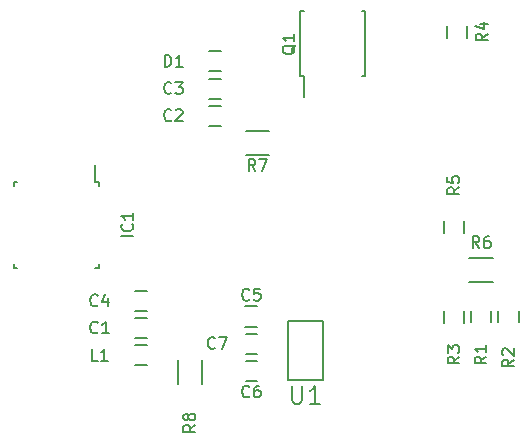
<source format=gbr>
G04 #@! TF.FileFunction,Legend,Top*
%FSLAX46Y46*%
G04 Gerber Fmt 4.6, Leading zero omitted, Abs format (unit mm)*
G04 Created by KiCad (PCBNEW (2015-04-05 BZR 5577)-product) date Út 4. srpen 2015, 11:46:12 CEST*
%MOMM*%
G01*
G04 APERTURE LIST*
%ADD10C,0.100000*%
%ADD11C,0.150000*%
G04 APERTURE END LIST*
D10*
D11*
X195445000Y-103350000D02*
X195745000Y-103350000D01*
X195445000Y-97850000D02*
X195745000Y-97850000D01*
X200955000Y-97850000D02*
X200655000Y-97850000D01*
X200955000Y-103350000D02*
X200655000Y-103350000D01*
X195445000Y-103350000D02*
X195445000Y-97850000D01*
X200955000Y-103350000D02*
X200955000Y-97850000D01*
X195745000Y-103350000D02*
X195745000Y-105100000D01*
X182480000Y-123800000D02*
X181480000Y-123800000D01*
X181480000Y-125500000D02*
X182480000Y-125500000D01*
X188715700Y-105827200D02*
X187715700Y-105827200D01*
X187715700Y-107527200D02*
X188715700Y-107527200D01*
X188715700Y-103527200D02*
X187715700Y-103527200D01*
X187715700Y-105227200D02*
X188715700Y-105227200D01*
X182480000Y-121500000D02*
X181480000Y-121500000D01*
X181480000Y-123200000D02*
X182480000Y-123200000D01*
X190830000Y-124525000D02*
X191830000Y-124525000D01*
X191830000Y-122825000D02*
X190830000Y-122825000D01*
X190840000Y-129120000D02*
X191840000Y-129120000D01*
X191840000Y-127420000D02*
X190840000Y-127420000D01*
X190840000Y-126830000D02*
X191840000Y-126830000D01*
X191840000Y-125130000D02*
X190840000Y-125130000D01*
X188715700Y-101227200D02*
X187715700Y-101227200D01*
X187715700Y-102927200D02*
X188715700Y-102927200D01*
X178442900Y-112294600D02*
X178117900Y-112294600D01*
X178442900Y-119544600D02*
X178117900Y-119544600D01*
X171192900Y-119544600D02*
X171517900Y-119544600D01*
X171192900Y-112294600D02*
X171517900Y-112294600D01*
X178442900Y-112294600D02*
X178442900Y-112619600D01*
X171192900Y-112294600D02*
X171192900Y-112619600D01*
X171192900Y-119544600D02*
X171192900Y-119219600D01*
X178442900Y-119544600D02*
X178442900Y-119219600D01*
X178117900Y-112294600D02*
X178117900Y-110869600D01*
X182480000Y-126100000D02*
X181480000Y-126100000D01*
X181480000Y-127800000D02*
X182480000Y-127800000D01*
X211630000Y-124180000D02*
X211630000Y-123180000D01*
X209930000Y-123180000D02*
X209930000Y-124180000D01*
X213950000Y-124180000D02*
X213950000Y-123180000D01*
X212250000Y-123180000D02*
X212250000Y-124180000D01*
X209340000Y-124190000D02*
X209340000Y-123190000D01*
X207640000Y-123190000D02*
X207640000Y-124190000D01*
X207630000Y-115570000D02*
X207630000Y-116570000D01*
X209330000Y-116570000D02*
X209330000Y-115570000D01*
X197400000Y-124080000D02*
X197400000Y-129080000D01*
X197400000Y-129080000D02*
X194400000Y-129080000D01*
X194400000Y-129080000D02*
X194400000Y-124080000D01*
X194400000Y-124080000D02*
X197400000Y-124080000D01*
X207890000Y-99060000D02*
X207890000Y-100060000D01*
X209590000Y-100060000D02*
X209590000Y-99060000D01*
X211790000Y-118705000D02*
X209790000Y-118705000D01*
X209790000Y-120755000D02*
X211790000Y-120755000D01*
X192840000Y-107995000D02*
X190840000Y-107995000D01*
X190840000Y-110045000D02*
X192840000Y-110045000D01*
X187165000Y-129390000D02*
X187165000Y-127390000D01*
X185115000Y-127390000D02*
X185115000Y-129390000D01*
X195067619Y-100695238D02*
X195020000Y-100790476D01*
X194924762Y-100885714D01*
X194781905Y-101028571D01*
X194734286Y-101123810D01*
X194734286Y-101219048D01*
X194972381Y-101171429D02*
X194924762Y-101266667D01*
X194829524Y-101361905D01*
X194639048Y-101409524D01*
X194305714Y-101409524D01*
X194115238Y-101361905D01*
X194020000Y-101266667D01*
X193972381Y-101171429D01*
X193972381Y-100980952D01*
X194020000Y-100885714D01*
X194115238Y-100790476D01*
X194305714Y-100742857D01*
X194639048Y-100742857D01*
X194829524Y-100790476D01*
X194924762Y-100885714D01*
X194972381Y-100980952D01*
X194972381Y-101171429D01*
X194972381Y-99790476D02*
X194972381Y-100361905D01*
X194972381Y-100076191D02*
X193972381Y-100076191D01*
X194115238Y-100171429D01*
X194210476Y-100266667D01*
X194258095Y-100361905D01*
X178313334Y-125017143D02*
X178265715Y-125064762D01*
X178122858Y-125112381D01*
X178027620Y-125112381D01*
X177884762Y-125064762D01*
X177789524Y-124969524D01*
X177741905Y-124874286D01*
X177694286Y-124683810D01*
X177694286Y-124540952D01*
X177741905Y-124350476D01*
X177789524Y-124255238D01*
X177884762Y-124160000D01*
X178027620Y-124112381D01*
X178122858Y-124112381D01*
X178265715Y-124160000D01*
X178313334Y-124207619D01*
X179265715Y-125112381D02*
X178694286Y-125112381D01*
X178980000Y-125112381D02*
X178980000Y-124112381D01*
X178884762Y-124255238D01*
X178789524Y-124350476D01*
X178694286Y-124398095D01*
X184549034Y-107034343D02*
X184501415Y-107081962D01*
X184358558Y-107129581D01*
X184263320Y-107129581D01*
X184120462Y-107081962D01*
X184025224Y-106986724D01*
X183977605Y-106891486D01*
X183929986Y-106701010D01*
X183929986Y-106558152D01*
X183977605Y-106367676D01*
X184025224Y-106272438D01*
X184120462Y-106177200D01*
X184263320Y-106129581D01*
X184358558Y-106129581D01*
X184501415Y-106177200D01*
X184549034Y-106224819D01*
X184929986Y-106224819D02*
X184977605Y-106177200D01*
X185072843Y-106129581D01*
X185310939Y-106129581D01*
X185406177Y-106177200D01*
X185453796Y-106224819D01*
X185501415Y-106320057D01*
X185501415Y-106415295D01*
X185453796Y-106558152D01*
X184882367Y-107129581D01*
X185501415Y-107129581D01*
X184549034Y-104734343D02*
X184501415Y-104781962D01*
X184358558Y-104829581D01*
X184263320Y-104829581D01*
X184120462Y-104781962D01*
X184025224Y-104686724D01*
X183977605Y-104591486D01*
X183929986Y-104401010D01*
X183929986Y-104258152D01*
X183977605Y-104067676D01*
X184025224Y-103972438D01*
X184120462Y-103877200D01*
X184263320Y-103829581D01*
X184358558Y-103829581D01*
X184501415Y-103877200D01*
X184549034Y-103924819D01*
X184882367Y-103829581D02*
X185501415Y-103829581D01*
X185168081Y-104210533D01*
X185310939Y-104210533D01*
X185406177Y-104258152D01*
X185453796Y-104305771D01*
X185501415Y-104401010D01*
X185501415Y-104639105D01*
X185453796Y-104734343D01*
X185406177Y-104781962D01*
X185310939Y-104829581D01*
X185025224Y-104829581D01*
X184929986Y-104781962D01*
X184882367Y-104734343D01*
X178313334Y-122717143D02*
X178265715Y-122764762D01*
X178122858Y-122812381D01*
X178027620Y-122812381D01*
X177884762Y-122764762D01*
X177789524Y-122669524D01*
X177741905Y-122574286D01*
X177694286Y-122383810D01*
X177694286Y-122240952D01*
X177741905Y-122050476D01*
X177789524Y-121955238D01*
X177884762Y-121860000D01*
X178027620Y-121812381D01*
X178122858Y-121812381D01*
X178265715Y-121860000D01*
X178313334Y-121907619D01*
X179170477Y-122145714D02*
X179170477Y-122812381D01*
X178932381Y-121764762D02*
X178694286Y-122479048D01*
X179313334Y-122479048D01*
X191153334Y-122227143D02*
X191105715Y-122274762D01*
X190962858Y-122322381D01*
X190867620Y-122322381D01*
X190724762Y-122274762D01*
X190629524Y-122179524D01*
X190581905Y-122084286D01*
X190534286Y-121893810D01*
X190534286Y-121750952D01*
X190581905Y-121560476D01*
X190629524Y-121465238D01*
X190724762Y-121370000D01*
X190867620Y-121322381D01*
X190962858Y-121322381D01*
X191105715Y-121370000D01*
X191153334Y-121417619D01*
X192058096Y-121322381D02*
X191581905Y-121322381D01*
X191534286Y-121798571D01*
X191581905Y-121750952D01*
X191677143Y-121703333D01*
X191915239Y-121703333D01*
X192010477Y-121750952D01*
X192058096Y-121798571D01*
X192105715Y-121893810D01*
X192105715Y-122131905D01*
X192058096Y-122227143D01*
X192010477Y-122274762D01*
X191915239Y-122322381D01*
X191677143Y-122322381D01*
X191581905Y-122274762D01*
X191534286Y-122227143D01*
X191153334Y-130437143D02*
X191105715Y-130484762D01*
X190962858Y-130532381D01*
X190867620Y-130532381D01*
X190724762Y-130484762D01*
X190629524Y-130389524D01*
X190581905Y-130294286D01*
X190534286Y-130103810D01*
X190534286Y-129960952D01*
X190581905Y-129770476D01*
X190629524Y-129675238D01*
X190724762Y-129580000D01*
X190867620Y-129532381D01*
X190962858Y-129532381D01*
X191105715Y-129580000D01*
X191153334Y-129627619D01*
X192010477Y-129532381D02*
X191820000Y-129532381D01*
X191724762Y-129580000D01*
X191677143Y-129627619D01*
X191581905Y-129770476D01*
X191534286Y-129960952D01*
X191534286Y-130341905D01*
X191581905Y-130437143D01*
X191629524Y-130484762D01*
X191724762Y-130532381D01*
X191915239Y-130532381D01*
X192010477Y-130484762D01*
X192058096Y-130437143D01*
X192105715Y-130341905D01*
X192105715Y-130103810D01*
X192058096Y-130008571D01*
X192010477Y-129960952D01*
X191915239Y-129913333D01*
X191724762Y-129913333D01*
X191629524Y-129960952D01*
X191581905Y-130008571D01*
X191534286Y-130103810D01*
X188233334Y-126327143D02*
X188185715Y-126374762D01*
X188042858Y-126422381D01*
X187947620Y-126422381D01*
X187804762Y-126374762D01*
X187709524Y-126279524D01*
X187661905Y-126184286D01*
X187614286Y-125993810D01*
X187614286Y-125850952D01*
X187661905Y-125660476D01*
X187709524Y-125565238D01*
X187804762Y-125470000D01*
X187947620Y-125422381D01*
X188042858Y-125422381D01*
X188185715Y-125470000D01*
X188233334Y-125517619D01*
X188566667Y-125422381D02*
X189233334Y-125422381D01*
X188804762Y-126422381D01*
X183977605Y-102529581D02*
X183977605Y-101529581D01*
X184215700Y-101529581D01*
X184358558Y-101577200D01*
X184453796Y-101672438D01*
X184501415Y-101767676D01*
X184549034Y-101958152D01*
X184549034Y-102101010D01*
X184501415Y-102291486D01*
X184453796Y-102386724D01*
X184358558Y-102481962D01*
X184215700Y-102529581D01*
X183977605Y-102529581D01*
X185501415Y-102529581D02*
X184929986Y-102529581D01*
X185215700Y-102529581D02*
X185215700Y-101529581D01*
X185120462Y-101672438D01*
X185025224Y-101767676D01*
X184929986Y-101815295D01*
X181320281Y-116895790D02*
X180320281Y-116895790D01*
X181225043Y-115848171D02*
X181272662Y-115895790D01*
X181320281Y-116038647D01*
X181320281Y-116133885D01*
X181272662Y-116276743D01*
X181177424Y-116371981D01*
X181082186Y-116419600D01*
X180891710Y-116467219D01*
X180748852Y-116467219D01*
X180558376Y-116419600D01*
X180463138Y-116371981D01*
X180367900Y-116276743D01*
X180320281Y-116133885D01*
X180320281Y-116038647D01*
X180367900Y-115895790D01*
X180415519Y-115848171D01*
X181320281Y-114895790D02*
X181320281Y-115467219D01*
X181320281Y-115181505D02*
X180320281Y-115181505D01*
X180463138Y-115276743D01*
X180558376Y-115371981D01*
X180605995Y-115467219D01*
X178303334Y-127412381D02*
X177827143Y-127412381D01*
X177827143Y-126412381D01*
X179160477Y-127412381D02*
X178589048Y-127412381D01*
X178874762Y-127412381D02*
X178874762Y-126412381D01*
X178779524Y-126555238D01*
X178684286Y-126650476D01*
X178589048Y-126698095D01*
X211232381Y-127066666D02*
X210756190Y-127400000D01*
X211232381Y-127638095D02*
X210232381Y-127638095D01*
X210232381Y-127257142D01*
X210280000Y-127161904D01*
X210327619Y-127114285D01*
X210422857Y-127066666D01*
X210565714Y-127066666D01*
X210660952Y-127114285D01*
X210708571Y-127161904D01*
X210756190Y-127257142D01*
X210756190Y-127638095D01*
X211232381Y-126114285D02*
X211232381Y-126685714D01*
X211232381Y-126400000D02*
X210232381Y-126400000D01*
X210375238Y-126495238D01*
X210470476Y-126590476D01*
X210518095Y-126685714D01*
X213552381Y-127336666D02*
X213076190Y-127670000D01*
X213552381Y-127908095D02*
X212552381Y-127908095D01*
X212552381Y-127527142D01*
X212600000Y-127431904D01*
X212647619Y-127384285D01*
X212742857Y-127336666D01*
X212885714Y-127336666D01*
X212980952Y-127384285D01*
X213028571Y-127431904D01*
X213076190Y-127527142D01*
X213076190Y-127908095D01*
X212647619Y-126955714D02*
X212600000Y-126908095D01*
X212552381Y-126812857D01*
X212552381Y-126574761D01*
X212600000Y-126479523D01*
X212647619Y-126431904D01*
X212742857Y-126384285D01*
X212838095Y-126384285D01*
X212980952Y-126431904D01*
X213552381Y-127003333D01*
X213552381Y-126384285D01*
X208942381Y-127076666D02*
X208466190Y-127410000D01*
X208942381Y-127648095D02*
X207942381Y-127648095D01*
X207942381Y-127267142D01*
X207990000Y-127171904D01*
X208037619Y-127124285D01*
X208132857Y-127076666D01*
X208275714Y-127076666D01*
X208370952Y-127124285D01*
X208418571Y-127171904D01*
X208466190Y-127267142D01*
X208466190Y-127648095D01*
X207942381Y-126743333D02*
X207942381Y-126124285D01*
X208323333Y-126457619D01*
X208323333Y-126314761D01*
X208370952Y-126219523D01*
X208418571Y-126171904D01*
X208513810Y-126124285D01*
X208751905Y-126124285D01*
X208847143Y-126171904D01*
X208894762Y-126219523D01*
X208942381Y-126314761D01*
X208942381Y-126600476D01*
X208894762Y-126695714D01*
X208847143Y-126743333D01*
X208932381Y-112736666D02*
X208456190Y-113070000D01*
X208932381Y-113308095D02*
X207932381Y-113308095D01*
X207932381Y-112927142D01*
X207980000Y-112831904D01*
X208027619Y-112784285D01*
X208122857Y-112736666D01*
X208265714Y-112736666D01*
X208360952Y-112784285D01*
X208408571Y-112831904D01*
X208456190Y-112927142D01*
X208456190Y-113308095D01*
X207932381Y-111831904D02*
X207932381Y-112308095D01*
X208408571Y-112355714D01*
X208360952Y-112308095D01*
X208313333Y-112212857D01*
X208313333Y-111974761D01*
X208360952Y-111879523D01*
X208408571Y-111831904D01*
X208503810Y-111784285D01*
X208741905Y-111784285D01*
X208837143Y-111831904D01*
X208884762Y-111879523D01*
X208932381Y-111974761D01*
X208932381Y-112212857D01*
X208884762Y-112308095D01*
X208837143Y-112355714D01*
X194757143Y-129558571D02*
X194757143Y-130772857D01*
X194828571Y-130915714D01*
X194900000Y-130987143D01*
X195042857Y-131058571D01*
X195328571Y-131058571D01*
X195471429Y-130987143D01*
X195542857Y-130915714D01*
X195614286Y-130772857D01*
X195614286Y-129558571D01*
X197114286Y-131058571D02*
X196257143Y-131058571D01*
X196685715Y-131058571D02*
X196685715Y-129558571D01*
X196542858Y-129772857D01*
X196400000Y-129915714D01*
X196257143Y-129987143D01*
X211332381Y-99726666D02*
X210856190Y-100060000D01*
X211332381Y-100298095D02*
X210332381Y-100298095D01*
X210332381Y-99917142D01*
X210380000Y-99821904D01*
X210427619Y-99774285D01*
X210522857Y-99726666D01*
X210665714Y-99726666D01*
X210760952Y-99774285D01*
X210808571Y-99821904D01*
X210856190Y-99917142D01*
X210856190Y-100298095D01*
X210665714Y-98869523D02*
X211332381Y-98869523D01*
X210284762Y-99107619D02*
X210999048Y-99345714D01*
X210999048Y-98726666D01*
X210623334Y-117882381D02*
X210290000Y-117406190D01*
X210051905Y-117882381D02*
X210051905Y-116882381D01*
X210432858Y-116882381D01*
X210528096Y-116930000D01*
X210575715Y-116977619D01*
X210623334Y-117072857D01*
X210623334Y-117215714D01*
X210575715Y-117310952D01*
X210528096Y-117358571D01*
X210432858Y-117406190D01*
X210051905Y-117406190D01*
X211480477Y-116882381D02*
X211290000Y-116882381D01*
X211194762Y-116930000D01*
X211147143Y-116977619D01*
X211051905Y-117120476D01*
X211004286Y-117310952D01*
X211004286Y-117691905D01*
X211051905Y-117787143D01*
X211099524Y-117834762D01*
X211194762Y-117882381D01*
X211385239Y-117882381D01*
X211480477Y-117834762D01*
X211528096Y-117787143D01*
X211575715Y-117691905D01*
X211575715Y-117453810D01*
X211528096Y-117358571D01*
X211480477Y-117310952D01*
X211385239Y-117263333D01*
X211194762Y-117263333D01*
X211099524Y-117310952D01*
X211051905Y-117358571D01*
X211004286Y-117453810D01*
X191673334Y-111342381D02*
X191340000Y-110866190D01*
X191101905Y-111342381D02*
X191101905Y-110342381D01*
X191482858Y-110342381D01*
X191578096Y-110390000D01*
X191625715Y-110437619D01*
X191673334Y-110532857D01*
X191673334Y-110675714D01*
X191625715Y-110770952D01*
X191578096Y-110818571D01*
X191482858Y-110866190D01*
X191101905Y-110866190D01*
X192006667Y-110342381D02*
X192673334Y-110342381D01*
X192244762Y-111342381D01*
X186572381Y-132846666D02*
X186096190Y-133180000D01*
X186572381Y-133418095D02*
X185572381Y-133418095D01*
X185572381Y-133037142D01*
X185620000Y-132941904D01*
X185667619Y-132894285D01*
X185762857Y-132846666D01*
X185905714Y-132846666D01*
X186000952Y-132894285D01*
X186048571Y-132941904D01*
X186096190Y-133037142D01*
X186096190Y-133418095D01*
X186000952Y-132275238D02*
X185953333Y-132370476D01*
X185905714Y-132418095D01*
X185810476Y-132465714D01*
X185762857Y-132465714D01*
X185667619Y-132418095D01*
X185620000Y-132370476D01*
X185572381Y-132275238D01*
X185572381Y-132084761D01*
X185620000Y-131989523D01*
X185667619Y-131941904D01*
X185762857Y-131894285D01*
X185810476Y-131894285D01*
X185905714Y-131941904D01*
X185953333Y-131989523D01*
X186000952Y-132084761D01*
X186000952Y-132275238D01*
X186048571Y-132370476D01*
X186096190Y-132418095D01*
X186191429Y-132465714D01*
X186381905Y-132465714D01*
X186477143Y-132418095D01*
X186524762Y-132370476D01*
X186572381Y-132275238D01*
X186572381Y-132084761D01*
X186524762Y-131989523D01*
X186477143Y-131941904D01*
X186381905Y-131894285D01*
X186191429Y-131894285D01*
X186096190Y-131941904D01*
X186048571Y-131989523D01*
X186000952Y-132084761D01*
M02*

</source>
